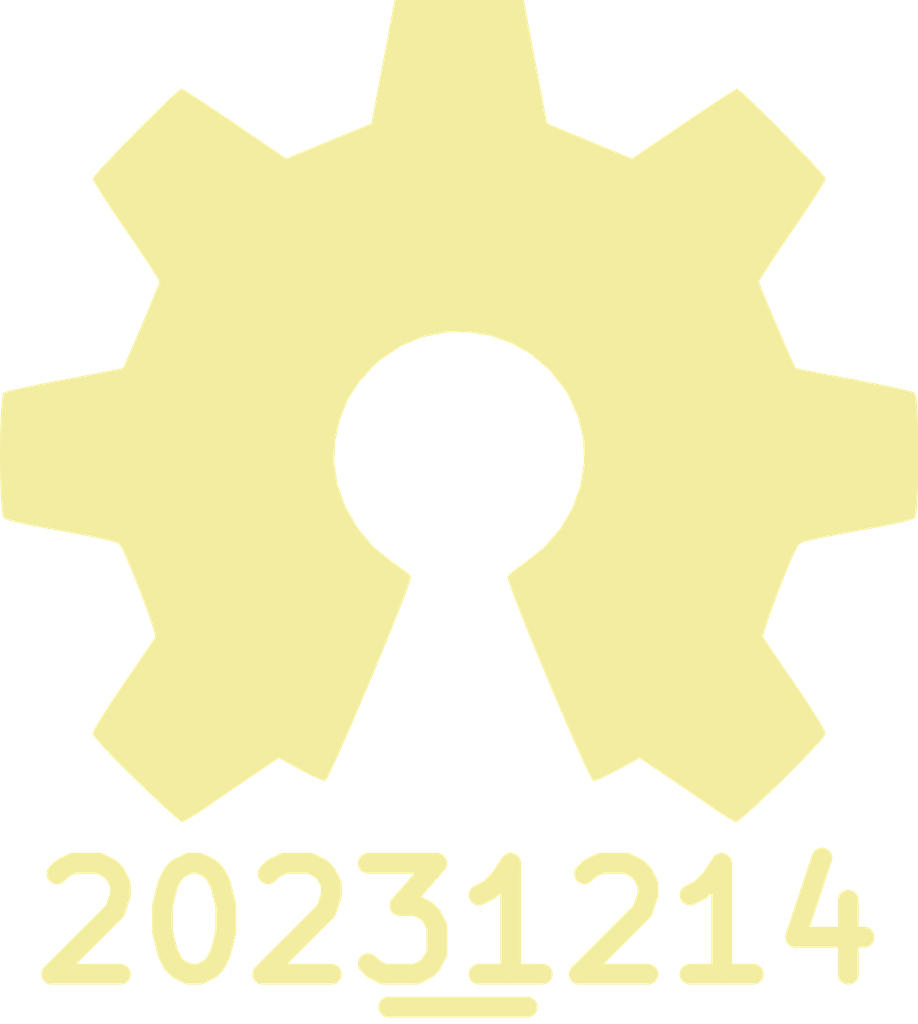
<source format=kicad_pcb>
(kicad_pcb (version 20240108) (generator "pcbnew") (generator_version "8.0")
  (layers (0 "F.Cu" signal) (1 "In1.Cu" power) (2 "In2.Cu" power) (31 "B.Cu" signal) (34 "B.Paste" user) (35 "F.Paste" user) (36 "B.SilkS" user "B.Silkscreen") (37 "F.SilkS" user "F.Silkscreen") (38 "B.Mask" user) (39 "F.Mask" user) (44 "Edge.Cuts" user))
  (net 0 "")
  (footprint "SquantorLabels:Label_Generic" (layer "F.Cu") (at 138.7 91.2875)
    (property "Reference" "N1" (hide yes))
    (property "Value" "20231214" (at 0 0 0) (layer "F.SilkS") (effects (font (size 0.8 0.8))))
    (fp_line (start -0.5 0.6) (end 0.5 0.6) (stroke (width 0.15)) (layer "F.SilkS"))
  )
  (footprint "Symbol:OSHW-Symbol_6.7x6mm_SilkScreen" (layer "F.Cu") (at 138.7 87.6)
    (property "Reference" "N2" (hide yes))
    (property "Value" "OHWLOGO" (hide yes))
    (fp_poly (pts (xy 0.555814 -2.531069) (xy 0.639635 -2.086445) (xy 0.94892 -1.958947) (xy 1.258206 -1.831449) (xy 1.629246 -2.083754) (xy 1.733157 -2.154004) (xy 1.827087 -2.216728) (xy 1.906652 -2.269062) (xy 1.96747 -2.308143) (xy 2.005157 -2.331107) (xy 2.015421 -2.336058) (xy 2.03391 -2.323324) (xy 2.07342 -2.288118) (xy 2.129522 -2.234938) (xy 2.197787 -2.168282) (xy 2.273786 -2.092646) (xy 2.353092 -2.012528) (xy 2.431275 -1.932426) (xy 2.503907 -1.856836) (xy 2.566559 -1.790255) (xy 2.614803 -1.737182) (xy 2.64421 -1.702113) (xy 2.651241 -1.690377) (xy 2.641123 -1.66874) (xy 2.612759 -1.621338) (xy 2.569129 -1.552807) (xy 2.513218 -1.467785) (xy 2.448006 -1.370907) (xy 2.410219 -1.31565) (xy 2.341343 -1.214752) (xy 2.28014 -1.123701) (xy 2.229578 -1.04703) (xy 2.192628 -0.989272) (xy 2.172258 -0.954957) (xy 2.169197 -0.947746) (xy 2.176136 -0.927252) (xy 2.195051 -0.879487) (xy 2.223087 -0.811168) (xy 2.257391 -0.729011) (xy 2.295109 -0.63973) (xy 2.333387 -0.550042) (xy 2.36937 -0.466662) (xy 2.400206 -0.396306) (xy 2.423039 -0.34569) (xy 2.435017 -0.321529) (xy 2.435724 -0.320578) (xy 2.454531 -0.315964) (xy 2.504618 -0.305672) (xy 2.580793 -0.290713) (xy 2.677865 -0.272099) (xy 2.790643 -0.250841) (xy 2.856442 -0.238582) (xy 2.97695 -0.215638) (xy 3.085797 -0.193805) (xy 3.177476 -0.174278) (xy 3.246481 -0.158252) (xy 3.287304 -0.146921) (xy 3.295511 -0.143326) (xy 3.303548 -0.118994) (xy 3.310033 -0.064041) (xy 3.31497 0.015108) (xy 3.318364 0.112026) (xy 3.320218 0.220287) (xy 3.320538 0.333465) (xy 3.319327 0.445135) (xy 3.31659 0.548868) (xy 3.312331 0.638241) (xy 3.306555 0.706826) (xy 3.299267 0.748197) (xy 3.294895 0.75681) (xy 3.268764 0.767133) (xy 3.213393 0.781892) (xy 3.136107 0.799352) (xy 3.04423 0.81778) (xy 3.012158 0.823741) (xy 2.857524 0.852066) (xy 2.735375 0.874876) (xy 2.641673 0.89308) (xy 2.572384 0.907583) (xy 2.523471 0.919292) (xy 2.490897 0.929115) (xy 2.470628 0.937956) (xy 2.458626 0.946724) (xy 2.456947 0.948457) (xy 2.440184 0.976371) (xy 2.414614 1.030695) (xy 2.382788 1.104777) (xy 2.34726 1.191965) (xy 2.310583 1.285608) (xy 2.275311 1.379052) (xy 2.243996 1.465647) (xy 2.219193 1.53874) (xy 2.203454 1.591678) (xy 2.199332 1.617811) (xy 2.199676 1.618726) (xy 2.213641 1.640086) (xy 2.245322 1.687084) (xy 2.291391 1.754827) (xy 2.348518 1.838423) (xy 2.413373 1.932982) (xy 2.431843 1.959854) (xy 2.497699 2.057275) (xy 2.55565 2.146163) (xy 2.602538 2.221412) (xy 2.635207 2.27792) (xy 2.6505 2.310581) (xy 2.651241 2.314593) (xy 2.638392 2.335684) (xy 2.602888 2.377464) (xy 2.549293 2.435445) (xy 2.482171 2.505135) (xy 2.406087 2.582045) (xy 2.325604 2.661683) (xy 2.245287 2.739561) (xy 2.169699 2.811186) (xy 2.103405 2.87207) (xy 2.050969 2.917721) (xy 2.016955 2.94365) (xy 2.007545 2.947883) (xy 1.985643 2.937912) (xy 1.9408 2.91102) (xy 1.880321 2.871736) (xy 1.833789 2.840117) (xy 1.749475 2.782098) (xy 1.649626 2.713784) (xy 1.549473 2.645579) (xy 1.495627 2.609075) (xy 1.313371 2.4858) (xy 1.160381 2.56852) (xy 1.090682 2.604759) (xy 1.031414 2.632926) (xy 0.991311 2.648991) (xy 0.981103 2.651226) (xy 0.968829 2.634722) (xy 0.944613 2.588082) (xy 0.910263 2.515609) (xy 0.867588 2.421606) (xy 0.818394 2.310374) (xy 0.76449 2.186215) (xy 0.707684 2.053432) (xy 0.649782 1.916327) (xy 0.592593 1.779202) (xy 0.537924 1.646358) (xy 0.487584 1.522098) (xy 0.44338 1.410725) (xy 0.407119 1.316539) (xy 0.380609 1.243844) (xy 0.365658 1.196941) (xy 0.363254 1.180833) (xy 0.382311 1.160286) (xy 0.424036 1.126933) (xy 0.479706 1.087702) (xy 0.484378 1.084599) (xy 0.628264 0.969423) (xy 0.744283 0.835053) (xy 0.83143 0.685784) (xy 0.888699 0.525913) (xy 0.915086 0.359737) (xy 0.909585 0.191552) (xy 0.87119 0.025655) (xy 0.798895 -0.133658) (xy 0.777626 -0.168513) (xy 0.666996 -0.309263) (xy 0.536302 -0.422286) (xy 0.390064 -0.506997) (xy 0.232808 -0.562806) (xy 0.069057 -0.589126) (xy -0.096667 -0.58537) (xy -0.259838 -0.55095) (xy -0.415935 -0.485277) (xy -0.560433 -0.387765) (xy -0.605131 -0.348187) (xy -0.718888 -0.224297) (xy -0.801782 -0.093876) (xy -0.858644 0.052315) (xy -0.890313 0.197088) (xy -0.898131 0.35986) (xy -0.872062 0.52344) (xy -0.814755 0.682298) (xy -0.728856 0.830906) (xy -0.617014 0.963735) (xy -0.481877 1.075256) (xy -0.464117 1.087011) (xy -0.40785 1.125508) (xy -0.365077 1.158863) (xy -0.344628 1.18016) (xy -0.344331 1.180833) (xy -0.348721 1.203871) (xy -0.366124 1.256157) (xy -0.394732 1.33339) (xy -0.432735 1.431268) (xy -0.478326 1.545491) (xy -0.529697 1.671758) (xy -0.585038 1.805767) (xy -0.642542 1.943218) (xy -0.700399 2.079808) (xy -0.756802 2.211237) (xy -0.809942 2.333205) (xy -0.85801 2.441409) (xy -0.899199 2.531549) (xy -0.931699 2.599323) (xy -0.953703 2.64043) (xy -0.962564 2.651226) (xy -0.98964 2.642819) (xy -1.040303 2.620272) (xy -1.105817 2.587613) (xy -1.141841 2.56852) (xy -1.294832 2.4858) (xy -1.477088 2.609075) (xy -1.570125 2.672228) (xy -1.671985 2.741727) (xy -1.767438 2.807165) (xy -1.81525 2.840117) (xy -1.882495 2.885273) (xy -1.939436 2.921057) (xy -1.978646 2.942938) (xy -1.991381 2.947563) (xy -2.009917 2.935085) (xy -2.050941 2.900252) (xy -2.110475 2.846678) (xy -2.184542 2.777983) (xy -2.269165 2.697781) (xy -2.322685 2.646286) (xy -2.416319 2.554286) (xy -2.497241 2.471999) (xy -2.562177 2.402945) (xy -2.607858 2.350644) (xy -2.631011 2.318616) (xy -2.633232 2.312116) (xy -2.622924 2.287394) (xy -2.594439 2.237405) (xy -2.550937 2.167212) (xy -2.495577 2.081875) (xy -2.43152 1.986456) (xy -2.413303 1.959854) (xy -2.346927 1.863167) (xy -2.287378 1.776117) (xy -2.237984 1.703595) (xy -2.202075 1.650493) (xy -2.182981 1.621703) (xy -2.181136 1.618726) (xy -2.183895 1.595782) (xy -2.198538 1.545336) (xy -2.222513 1.474041) (xy -2.253266 1.388547) (xy -2.288244 1.295507) (xy -2.324893 1.201574) (xy -2.360661 1.113399) (xy -2.392994 1.037634) (xy -2.419338 0.980931) (xy -2.437142 0.949943) (xy -2.438407 0.948457) (xy -2.449294 0.939601) (xy -2.467682 0.930843) (xy -2.497606 0.921277) (xy -2.543103 0.909996) (xy -2.608209 0.896093) (xy -2.696961 0.878663) (xy -2.813393 0.856798) (xy -2.961542 0.829591) (xy -2.993618 0.823741) (xy -3.088686 0.805374) (xy -3.171565 0.787405) (xy -3.23493 0.771569) (xy -3.271458 0.7596) (xy -3.276356 0.75681) (xy -3.284427 0.732072) (xy -3.290987 0.67679) (xy -3.296033 0.597389) (xy -3.299559 0.500296) (xy -3.301561 0.391938) (xy -3.302036 0.27874) (xy -3.300977 0.167128) (xy -3.298382 0.063529) (xy -3.294246 -0.025632) (xy -3.288563 -0.093928) (xy -3.281331 -0.134934) (xy -3.276971 -0.143326) (xy -3.252698 -0.151792) (xy -3.197426 -0.165565) (xy -3.116662 -0.18345) (xy -3.015912 -0.204252) (xy -2.900683 -0.226777) (xy -2.837902 -0.238582) (xy -2.718787 -0.260849) (xy -2.612565 -0.281021) (xy -2.524427 -0.298085) (xy -2.459566 -0.311031) (xy -2.423174 -0.318845) (xy -2.417184 -0.320578) (xy -2.407061 -0.34011) (xy -2.385662 -0.387157) (xy -2.355839 -0.454997) (xy -2.320445 -0.536909) (xy -2.282332 -0.626172) (xy -2.244353 -0.716065) (xy -2.20936 -0.799865) (xy -2.180206 -0.870853) (xy -2.159743 -0.922306) (xy -2.150823 -0.947503) (xy -2.150657 -0.948604) (xy -2.160769 -0.968481) (xy -2.189117 -1.014223) (xy -2.232723 -1.081283) (xy -2.288606 -1.165116) (xy -2.353787 -1.261174) (xy -2.391679 -1.31635) (xy -2.460725 -1.417519) (xy -2.52205 -1.50937) (xy -2.572663 -1.587256) (xy -2.609571 -1.646531) (xy -2.629782 -1.682549) (xy -2.632701 -1.690623) (xy -2.620153 -1.709416) (xy -2.585463 -1.749543) (xy -2.533063 -1.806507) (xy -2.467384 -1.875815) (xy -2.392856 -1.952969) (xy -2.313913 -2.033475) (xy -2.234983 -2.112837) (xy -2.1605 -2.18656) (xy -2.094894 -2.250148) (xy -2.042596 -2.299106) (xy -2.008039 -2.328939) (xy -1.996478 -2.336058) (xy -1.977654 -2.326047) (xy -1.932631 -2.297922) (xy -1.865787 -2.254546) (xy -1.781499 -2.198782) (xy -1.684144 -2.133494) (xy -1.610707 -2.083754) (xy -1.239667 -1.831449) (xy -0.621095 -2.086445) (xy -0.537275 -2.531069) (xy -0.453454 -2.975693) (xy 0.471994 -2.975693) (xy 0.555814 -2.531069)) (stroke (width 0.01)) (fill solid) (layer "F.SilkS"))
  )
)
</source>
